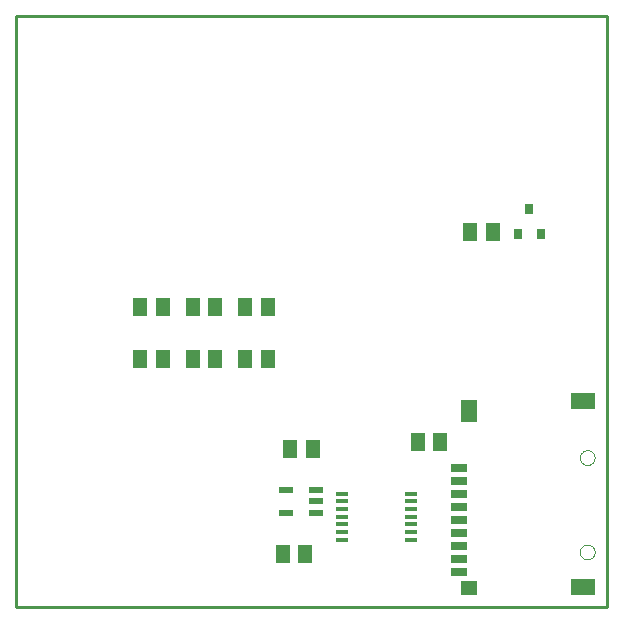
<source format=gtp>
G75*
%MOIN*%
%OFA0B0*%
%FSLAX24Y24*%
%IPPOS*%
%LPD*%
%AMOC8*
5,1,8,0,0,1.08239X$1,22.5*
%
%ADD10C,0.0100*%
%ADD11R,0.0787X0.0551*%
%ADD12R,0.0551X0.0504*%
%ADD13R,0.0551X0.0768*%
%ADD14R,0.0551X0.0276*%
%ADD15C,0.0000*%
%ADD16R,0.0390X0.0120*%
%ADD17R,0.0472X0.0217*%
%ADD18R,0.0512X0.0591*%
%ADD19R,0.0315X0.0354*%
D10*
X000250Y000180D02*
X000250Y019865D01*
X019935Y019865D01*
X019935Y000180D01*
X000250Y000180D01*
D11*
X019122Y000820D03*
X019122Y007040D03*
D12*
X015343Y000796D03*
D13*
X015343Y006696D03*
D14*
X015000Y004796D03*
X015000Y004363D03*
X015000Y003930D03*
X015000Y003497D03*
X015000Y003064D03*
X015000Y002631D03*
X015000Y002198D03*
X015000Y001765D03*
X015000Y001332D03*
D15*
X019034Y002001D02*
X019036Y002032D01*
X019042Y002062D01*
X019051Y002092D01*
X019064Y002120D01*
X019081Y002146D01*
X019101Y002169D01*
X019123Y002191D01*
X019148Y002209D01*
X019175Y002224D01*
X019204Y002235D01*
X019234Y002243D01*
X019265Y002247D01*
X019295Y002247D01*
X019326Y002243D01*
X019356Y002235D01*
X019385Y002224D01*
X019412Y002209D01*
X019437Y002191D01*
X019459Y002169D01*
X019479Y002146D01*
X019496Y002120D01*
X019509Y002092D01*
X019518Y002062D01*
X019524Y002032D01*
X019526Y002001D01*
X019524Y001970D01*
X019518Y001940D01*
X019509Y001910D01*
X019496Y001882D01*
X019479Y001856D01*
X019459Y001833D01*
X019437Y001811D01*
X019412Y001793D01*
X019385Y001778D01*
X019356Y001767D01*
X019326Y001759D01*
X019295Y001755D01*
X019265Y001755D01*
X019234Y001759D01*
X019204Y001767D01*
X019175Y001778D01*
X019148Y001793D01*
X019123Y001811D01*
X019101Y001833D01*
X019081Y001856D01*
X019064Y001882D01*
X019051Y001910D01*
X019042Y001940D01*
X019036Y001970D01*
X019034Y002001D01*
X019034Y005150D02*
X019036Y005181D01*
X019042Y005211D01*
X019051Y005241D01*
X019064Y005269D01*
X019081Y005295D01*
X019101Y005318D01*
X019123Y005340D01*
X019148Y005358D01*
X019175Y005373D01*
X019204Y005384D01*
X019234Y005392D01*
X019265Y005396D01*
X019295Y005396D01*
X019326Y005392D01*
X019356Y005384D01*
X019385Y005373D01*
X019412Y005358D01*
X019437Y005340D01*
X019459Y005318D01*
X019479Y005295D01*
X019496Y005269D01*
X019509Y005241D01*
X019518Y005211D01*
X019524Y005181D01*
X019526Y005150D01*
X019524Y005119D01*
X019518Y005089D01*
X019509Y005059D01*
X019496Y005031D01*
X019479Y005005D01*
X019459Y004982D01*
X019437Y004960D01*
X019412Y004942D01*
X019385Y004927D01*
X019356Y004916D01*
X019326Y004908D01*
X019295Y004904D01*
X019265Y004904D01*
X019234Y004908D01*
X019204Y004916D01*
X019175Y004927D01*
X019148Y004942D01*
X019123Y004960D01*
X019101Y004982D01*
X019081Y005005D01*
X019064Y005031D01*
X019051Y005059D01*
X019042Y005089D01*
X019036Y005119D01*
X019034Y005150D01*
D16*
X013399Y003948D03*
X013399Y003692D03*
X013399Y003436D03*
X013399Y003180D03*
X013399Y002924D03*
X013399Y002668D03*
X013399Y002412D03*
X011101Y002412D03*
X011101Y002668D03*
X011101Y002924D03*
X011101Y003180D03*
X011101Y003436D03*
X011101Y003692D03*
X011101Y003948D03*
D17*
X010252Y004064D03*
X010252Y003690D03*
X010252Y003316D03*
X009228Y003316D03*
X009228Y004064D03*
D18*
X009376Y005430D03*
X010124Y005430D03*
X008624Y008430D03*
X007876Y008430D03*
X006874Y008430D03*
X006126Y008430D03*
X005124Y008430D03*
X004376Y008430D03*
X004376Y010180D03*
X005124Y010180D03*
X006126Y010180D03*
X006874Y010180D03*
X007876Y010180D03*
X008624Y010180D03*
X013626Y005680D03*
X014374Y005680D03*
X009874Y001930D03*
X009126Y001930D03*
X015376Y012680D03*
X016124Y012680D03*
D19*
X016976Y012616D03*
X017724Y012616D03*
X017350Y013443D03*
M02*

</source>
